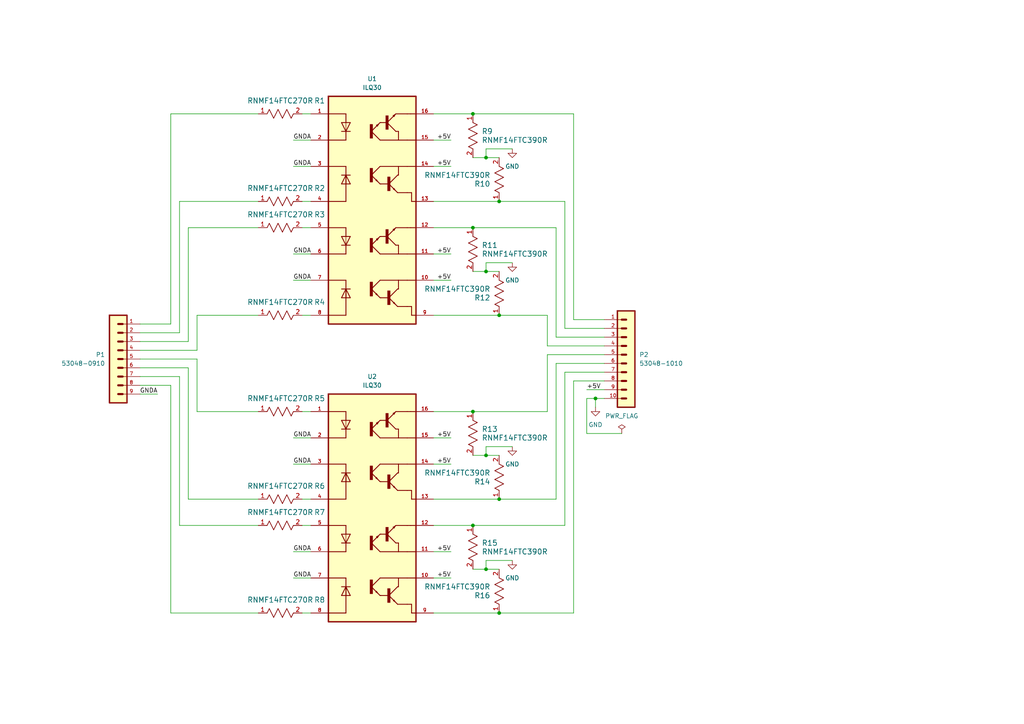
<source format=kicad_sch>
(kicad_sch (version 20230121) (generator eeschema)
  (paper "A4")
  (lib_symbols
    (symbol "2024-01-01_18-12-10:RNMF14FTC390R" (pin_names (offset 0.254))
      (property "Reference" "R" (at 5.715 3.81 0))
      (property "Value" "RNMF14FTC390R" (at 6.35 -3.81 0))
      (symbol "RNMF14FTC390R_1_1"
        (polyline (pts (xy 2.54 0) (xy 3.175 1.27)) (stroke (width 0.2032)))
        (polyline (pts (xy 3.175 1.27) (xy 4.445 -1.27)) (stroke (width 0.2032)))
        (polyline (pts (xy 4.445 -1.27) (xy 5.715 1.27)) (stroke (width 0.2032)))
        (polyline (pts (xy 5.715 1.27) (xy 6.985 -1.27)) (stroke (width 0.2032)))
        (polyline (pts (xy 6.985 -1.27) (xy 8.255 1.27)) (stroke (width 0.2032)))
        (polyline (pts (xy 8.255 1.27) (xy 9.525 -1.27)) (stroke (width 0.2032)))
        (polyline (pts (xy 9.525 -1.27) (xy 10.16 0)) (stroke (width 0.2032)))
        (pin unspecified line (at 0 0 0) (length 2.54) (name "") (number "1"))
        (pin unspecified line (at 12.7 0 180) (length 2.54) (name "") (number "2"))
      )
      (symbol "RNMF14FTC390R_1_2"
        (polyline (pts (xy -1.27 3.175) (xy 1.27 4.445)) (stroke (width 0.2032)))
        (polyline (pts (xy -1.27 5.715) (xy 1.27 6.985)) (stroke (width 0.2032)))
        (polyline (pts (xy -1.27 8.255) (xy 1.27 9.525)) (stroke (width 0.2032)))
        (polyline (pts (xy 0 2.54) (xy -1.27 3.175)) (stroke (width 0.2032)))
        (polyline (pts (xy 1.27 4.445) (xy -1.27 5.715)) (stroke (width 0.2032)))
        (polyline (pts (xy 1.27 6.985) (xy -1.27 8.255)) (stroke (width 0.2032)))
        (polyline (pts (xy 1.27 9.525) (xy 0 10.16)) (stroke (width 0.2032)))
        (pin unspecified line (at 0 12.7 270) (length 2.54) (name "") (number "1"))
        (pin unspecified line (at 0 0 90) (length 2.54) (name "") (number "2"))
      )
    )
    (symbol "2024-01-01_18-12-41:RNMF14FTC270R" (pin_names (offset 0.254))
      (property "Reference" "R" (at 5.715 3.81 0))
      (property "Value" "RNMF14FTC270R" (at 6.35 -3.81 0))
      (symbol "RNMF14FTC270R_1_1"
        (polyline (pts (xy 2.54 0) (xy 3.175 1.27)) (stroke (width 0.2032)))
        (polyline (pts (xy 3.175 1.27) (xy 4.445 -1.27)) (stroke (width 0.2032)))
        (polyline (pts (xy 4.445 -1.27) (xy 5.715 1.27)) (stroke (width 0.2032)))
        (polyline (pts (xy 5.715 1.27) (xy 6.985 -1.27)) (stroke (width 0.2032)))
        (polyline (pts (xy 6.985 -1.27) (xy 8.255 1.27)) (stroke (width 0.2032)))
        (polyline (pts (xy 8.255 1.27) (xy 9.525 -1.27)) (stroke (width 0.2032)))
        (polyline (pts (xy 9.525 -1.27) (xy 10.16 0)) (stroke (width 0.2032)))
        (pin unspecified line (at 0 0 0) (length 2.54) (name "") (number "1"))
        (pin unspecified line (at 12.7 0 180) (length 2.54) (name "") (number "2"))
      )
      (symbol "RNMF14FTC270R_1_2"
        (polyline (pts (xy -1.27 3.175) (xy 1.27 4.445)) (stroke (width 0.2032)))
        (polyline (pts (xy -1.27 5.715) (xy 1.27 6.985)) (stroke (width 0.2032)))
        (polyline (pts (xy -1.27 8.255) (xy 1.27 9.525)) (stroke (width 0.2032)))
        (polyline (pts (xy 0 2.54) (xy -1.27 3.175)) (stroke (width 0.2032)))
        (polyline (pts (xy 1.27 4.445) (xy -1.27 5.715)) (stroke (width 0.2032)))
        (polyline (pts (xy 1.27 6.985) (xy -1.27 8.255)) (stroke (width 0.2032)))
        (polyline (pts (xy 1.27 9.525) (xy 0 10.16)) (stroke (width 0.2032)))
        (pin unspecified line (at 0 12.7 270) (length 2.54) (name "") (number "1"))
        (pin unspecified line (at 0 0 90) (length 2.54) (name "") (number "2"))
      )
    )
    (symbol "53048-0910:53048-0910" (pin_names (offset 1.016))
      (property "Reference" "P" (at -1.27 13.335 0))
      (property "Value" "53048-0910" (at -1.27 -15.24 0))
      (symbol "53048-0910_0_0"
        (rectangle (start -1.27 -12.7) (end 3.81 12.7) (stroke (width 0.4064)) (fill (type background)))
        (polyline (pts (xy 1.27 -10.16) (xy 0 -10.16)) (stroke (width 0.6096)))
        (polyline (pts (xy 1.27 -7.62) (xy 0 -7.62)) (stroke (width 0.6096)))
        (polyline (pts (xy 1.27 -5.08) (xy 0 -5.08)) (stroke (width 0.6096)))
        (polyline (pts (xy 1.27 -2.54) (xy 0 -2.54)) (stroke (width 0.6096)))
        (polyline (pts (xy 1.27 0) (xy 0 0)) (stroke (width 0.6096)))
        (polyline (pts (xy 1.27 2.54) (xy 0 2.54)) (stroke (width 0.6096)))
        (polyline (pts (xy 1.27 5.08) (xy 0 5.08)) (stroke (width 0.6096)))
        (polyline (pts (xy 1.27 7.62) (xy 0 7.62)) (stroke (width 0.6096)))
        (polyline (pts (xy 1.27 10.16) (xy 0 10.16)) (stroke (width 0.6096)))
        (pin passive line (at -5.08 10.16 0) (length 5.08) (name "~") (number "1"))
        (pin passive line (at -5.08 7.62 0) (length 5.08) (name "~") (number "2"))
        (pin passive line (at -5.08 5.08 0) (length 5.08) (name "~") (number "3"))
        (pin passive line (at -5.08 2.54 0) (length 5.08) (name "~") (number "4"))
        (pin passive line (at -5.08 0 0) (length 5.08) (name "~") (number "5"))
        (pin passive line (at -5.08 -2.54 0) (length 5.08) (name "~") (number "6"))
        (pin passive line (at -5.08 -5.08 0) (length 5.08) (name "~") (number "7"))
        (pin passive line (at -5.08 -7.62 0) (length 5.08) (name "~") (number "8"))
        (pin passive line (at -5.08 -10.16 0) (length 5.08) (name "~") (number "9"))
      )
    )
    (symbol "53048-1010:53048-1010" (pin_names (offset 1.016))
      (property "Reference" "P" (at -1.27 15.875 0))
      (property "Value" "53048-1010" (at -1.27 -15.24 0))
      (symbol "53048-1010_0_0"
        (rectangle (start -1.27 -12.7) (end 3.81 15.24) (stroke (width 0.4064)) (fill (type background)))
        (polyline (pts (xy 1.27 -10.16) (xy 0 -10.16)) (stroke (width 0.6096)))
        (polyline (pts (xy 1.27 -7.62) (xy 0 -7.62)) (stroke (width 0.6096)))
        (polyline (pts (xy 1.27 -5.08) (xy 0 -5.08)) (stroke (width 0.6096)))
        (polyline (pts (xy 1.27 -2.54) (xy 0 -2.54)) (stroke (width 0.6096)))
        (polyline (pts (xy 1.27 0) (xy 0 0)) (stroke (width 0.6096)))
        (polyline (pts (xy 1.27 2.54) (xy 0 2.54)) (stroke (width 0.6096)))
        (polyline (pts (xy 1.27 5.08) (xy 0 5.08)) (stroke (width 0.6096)))
        (polyline (pts (xy 1.27 7.62) (xy 0 7.62)) (stroke (width 0.6096)))
        (polyline (pts (xy 1.27 10.16) (xy 0 10.16)) (stroke (width 0.6096)))
        (polyline (pts (xy 1.27 12.7) (xy 0 12.7)) (stroke (width 0.6096)))
        (pin passive line (at -5.08 12.7 0) (length 5.08) (name "~") (number "1"))
        (pin passive line (at -5.08 -10.16 0) (length 5.08) (name "~") (number "10"))
        (pin passive line (at -5.08 10.16 0) (length 5.08) (name "~") (number "2"))
        (pin passive line (at -5.08 7.62 0) (length 5.08) (name "~") (number "3"))
        (pin passive line (at -5.08 5.08 0) (length 5.08) (name "~") (number "4"))
        (pin passive line (at -5.08 2.54 0) (length 5.08) (name "~") (number "5"))
        (pin passive line (at -5.08 0 0) (length 5.08) (name "~") (number "6"))
        (pin passive line (at -5.08 -2.54 0) (length 5.08) (name "~") (number "7"))
        (pin passive line (at -5.08 -5.08 0) (length 5.08) (name "~") (number "8"))
        (pin passive line (at -5.08 -7.62 0) (length 5.08) (name "~") (number "9"))
      )
    )
    (symbol "ILQ30:ILQ30" (pin_names (offset 1.016))
      (property "Reference" "U" (at -5.0894 33.5903 0))
      (property "Value" "ILQ30" (at -5.0881 -35.6165 0))
      (symbol "ILQ30_0_0"
        (rectangle (start -12.7 -33.02) (end 12.7 33.02) (stroke (width 0.4064)) (fill (type background)))
        (rectangle (start -0.6358 -24.9249) (end 0.127 -20.828) (stroke (width 0.1)) (fill (type outline)))
        (rectangle (start -0.636 8.1412) (end 0.127 12.192) (stroke (width 0.1)) (fill (type outline)))
        (rectangle (start -0.6354 -12.1991) (end 0.127 -8.128) (stroke (width 0.1)) (fill (type outline)))
        (rectangle (start -0.6353 20.8385) (end 0.127 24.892) (stroke (width 0.1)) (fill (type outline)))
        (polyline (pts (xy -8.89 -25.4) (xy -7.62 -25.4)) (stroke (width 0.254)))
        (polyline (pts (xy -8.89 -25.4) (xy -7.62 -22.86)) (stroke (width 0.254)))
        (polyline (pts (xy -8.89 -22.86) (xy -7.62 -22.86)) (stroke (width 0.254)))
        (polyline (pts (xy -8.89 7.62) (xy -7.62 7.62)) (stroke (width 0.254)))
        (polyline (pts (xy -8.89 7.62) (xy -7.62 10.16)) (stroke (width 0.254)))
        (polyline (pts (xy -8.89 10.16) (xy -7.62 10.16)) (stroke (width 0.254)))
        (polyline (pts (xy -7.62 -30.48) (xy -12.7 -30.48)) (stroke (width 0.254)))
        (polyline (pts (xy -7.62 -25.4) (xy -7.62 -22.86)) (stroke (width 0.1524)))
        (polyline (pts (xy -7.62 -25.4) (xy -7.62 -20.32)) (stroke (width 0.254)))
        (polyline (pts (xy -7.62 -25.4) (xy -6.35 -25.4)) (stroke (width 0.254)))
        (polyline (pts (xy -7.62 -22.86) (xy -7.62 -30.48)) (stroke (width 0.254)))
        (polyline (pts (xy -7.62 -22.86) (xy -6.35 -25.4)) (stroke (width 0.254)))
        (polyline (pts (xy -7.62 -22.86) (xy -6.35 -22.86)) (stroke (width 0.254)))
        (polyline (pts (xy -7.62 -20.32) (xy -12.7 -20.32)) (stroke (width 0.254)))
        (polyline (pts (xy -7.62 -12.7) (xy -12.7 -12.7)) (stroke (width 0.254)))
        (polyline (pts (xy -7.62 -10.16) (xy -8.89 -10.16)) (stroke (width 0.254)))
        (polyline (pts (xy -7.62 -10.16) (xy -8.89 -7.62)) (stroke (width 0.254)))
        (polyline (pts (xy -7.62 -10.16) (xy -7.62 -12.7)) (stroke (width 0.254)))
        (polyline (pts (xy -7.62 -7.62) (xy -8.89 -7.62)) (stroke (width 0.254)))
        (polyline (pts (xy -7.62 -7.62) (xy -7.62 -10.16)) (stroke (width 0.1524)))
        (polyline (pts (xy -7.62 -7.62) (xy -7.62 -5.08)) (stroke (width 0.254)))
        (polyline (pts (xy -7.62 -5.08) (xy -12.7 -5.08)) (stroke (width 0.254)))
        (polyline (pts (xy -7.62 2.54) (xy -12.7 2.54)) (stroke (width 0.254)))
        (polyline (pts (xy -7.62 7.62) (xy -7.62 10.16)) (stroke (width 0.1524)))
        (polyline (pts (xy -7.62 7.62) (xy -7.62 12.7)) (stroke (width 0.254)))
        (polyline (pts (xy -7.62 7.62) (xy -6.35 7.62)) (stroke (width 0.254)))
        (polyline (pts (xy -7.62 10.16) (xy -7.62 2.54)) (stroke (width 0.254)))
        (polyline (pts (xy -7.62 10.16) (xy -6.35 7.62)) (stroke (width 0.254)))
        (polyline (pts (xy -7.62 10.16) (xy -6.35 10.16)) (stroke (width 0.254)))
        (polyline (pts (xy -7.62 12.7) (xy -12.7 12.7)) (stroke (width 0.254)))
        (polyline (pts (xy -7.62 20.32) (xy -12.7 20.32)) (stroke (width 0.254)))
        (polyline (pts (xy -7.62 22.86) (xy -8.89 22.86)) (stroke (width 0.254)))
        (polyline (pts (xy -7.62 22.86) (xy -8.89 25.4)) (stroke (width 0.254)))
        (polyline (pts (xy -7.62 22.86) (xy -7.62 20.32)) (stroke (width 0.254)))
        (polyline (pts (xy -7.62 25.4) (xy -8.89 25.4)) (stroke (width 0.254)))
        (polyline (pts (xy -7.62 25.4) (xy -7.62 22.86)) (stroke (width 0.1524)))
        (polyline (pts (xy -7.62 25.4) (xy -7.62 27.94)) (stroke (width 0.254)))
        (polyline (pts (xy -7.62 27.94) (xy -12.7 27.94)) (stroke (width 0.254)))
        (polyline (pts (xy -6.35 -10.16) (xy -7.62 -10.16)) (stroke (width 0.254)))
        (polyline (pts (xy -6.35 -7.62) (xy -7.62 -10.16)) (stroke (width 0.254)))
        (polyline (pts (xy -6.35 -7.62) (xy -7.62 -7.62)) (stroke (width 0.254)))
        (polyline (pts (xy -6.35 22.86) (xy -7.62 22.86)) (stroke (width 0.254)))
        (polyline (pts (xy -6.35 25.4) (xy -7.62 22.86)) (stroke (width 0.254)))
        (polyline (pts (xy -6.35 25.4) (xy -7.62 25.4)) (stroke (width 0.254)))
        (polyline (pts (xy -0.254 -22.86) (xy 2.286 -25.4)) (stroke (width 0.254)))
        (polyline (pts (xy -0.254 -10.16) (xy 2.286 -12.7)) (stroke (width 0.254)))
        (polyline (pts (xy -0.254 10.16) (xy 2.286 7.62)) (stroke (width 0.254)))
        (polyline (pts (xy -0.254 22.86) (xy 2.286 20.32)) (stroke (width 0.254)))
        (polyline (pts (xy 1.27 -8.382) (xy 1.524 -8.636)) (stroke (width 0.254)))
        (polyline (pts (xy 1.27 24.638) (xy 1.524 24.384)) (stroke (width 0.254)))
        (polyline (pts (xy 1.524 -8.636) (xy 1.778 -8.128)) (stroke (width 0.254)))
        (polyline (pts (xy 1.524 24.384) (xy 1.778 24.892)) (stroke (width 0.254)))
        (polyline (pts (xy 1.778 -8.128) (xy -0.254 -10.16)) (stroke (width 0.254)))
        (polyline (pts (xy 1.778 -8.128) (xy 1.27 -8.382)) (stroke (width 0.254)))
        (polyline (pts (xy 1.778 24.892) (xy -0.254 22.86)) (stroke (width 0.254)))
        (polyline (pts (xy 1.778 24.892) (xy 1.27 24.638)) (stroke (width 0.254)))
        (polyline (pts (xy 2.286 -25.4) (xy 2.54 -25.4)) (stroke (width 0.254)))
        (polyline (pts (xy 2.286 -20.32) (xy -0.254 -22.86)) (stroke (width 0.254)))
        (polyline (pts (xy 2.286 -20.32) (xy 7.62 -20.32)) (stroke (width 0.254)))
        (polyline (pts (xy 2.286 -12.7) (xy 7.62 -12.7)) (stroke (width 0.254)))
        (polyline (pts (xy 2.286 -7.62) (xy 1.778 -8.128)) (stroke (width 0.254)))
        (polyline (pts (xy 2.286 -7.62) (xy 2.54 -7.62)) (stroke (width 0.254)))
        (polyline (pts (xy 2.286 7.62) (xy 2.54 7.62)) (stroke (width 0.254)))
        (polyline (pts (xy 2.286 12.7) (xy -0.254 10.16)) (stroke (width 0.254)))
        (polyline (pts (xy 2.286 12.7) (xy 7.62 12.7)) (stroke (width 0.254)))
        (polyline (pts (xy 2.286 20.32) (xy 7.62 20.32)) (stroke (width 0.254)))
        (polyline (pts (xy 2.286 25.4) (xy 1.778 24.892)) (stroke (width 0.254)))
        (polyline (pts (xy 2.286 25.4) (xy 2.54 25.4)) (stroke (width 0.254)))
        (polyline (pts (xy 2.54 -25.4) (xy 4.826 -25.4)) (stroke (width 0.254)))
        (polyline (pts (xy 2.54 -7.62) (xy 4.064 -7.62)) (stroke (width 0.254)))
        (polyline (pts (xy 2.54 7.62) (xy 4.826 7.62)) (stroke (width 0.254)))
        (polyline (pts (xy 2.54 25.4) (xy 4.064 25.4)) (stroke (width 0.254)))
        (polyline (pts (xy 4.318 -7.62) (xy 6.858 -10.16)) (stroke (width 0.254)))
        (polyline (pts (xy 4.318 25.4) (xy 6.858 22.86)) (stroke (width 0.254)))
        (polyline (pts (xy 4.826 -25.4) (xy 7.366 -27.94)) (stroke (width 0.254)))
        (polyline (pts (xy 4.826 7.62) (xy 7.366 5.08)) (stroke (width 0.254)))
        (polyline (pts (xy 6.096 -5.588) (xy 6.35 -5.842)) (stroke (width 0.254)))
        (polyline (pts (xy 6.096 27.432) (xy 6.35 27.178)) (stroke (width 0.254)))
        (polyline (pts (xy 6.35 -5.842) (xy 6.604 -5.334)) (stroke (width 0.254)))
        (polyline (pts (xy 6.35 27.178) (xy 6.604 27.686)) (stroke (width 0.254)))
        (polyline (pts (xy 6.604 -5.334) (xy 4.318 -7.62)) (stroke (width 0.254)))
        (polyline (pts (xy 6.604 -5.334) (xy 6.096 -5.588)) (stroke (width 0.254)))
        (polyline (pts (xy 6.604 27.686) (xy 4.318 25.4)) (stroke (width 0.254)))
        (polyline (pts (xy 6.604 27.686) (xy 6.096 27.432)) (stroke (width 0.254)))
        (polyline (pts (xy 6.858 -10.16) (xy 7.62 -10.16)) (stroke (width 0.254)))
        (polyline (pts (xy 6.858 -5.08) (xy 6.604 -5.334)) (stroke (width 0.254)))
        (polyline (pts (xy 6.858 -5.08) (xy 10.16 -5.08)) (stroke (width 0.254)))
        (polyline (pts (xy 6.858 22.86) (xy 7.62 22.86)) (stroke (width 0.254)))
        (polyline (pts (xy 6.858 27.94) (xy 6.604 27.686)) (stroke (width 0.254)))
        (polyline (pts (xy 6.858 27.94) (xy 10.16 27.94)) (stroke (width 0.254)))
        (polyline (pts (xy 7.366 -27.94) (xy 10.16 -27.94)) (stroke (width 0.254)))
        (polyline (pts (xy 7.366 -22.86) (xy 4.826 -25.4)) (stroke (width 0.254)))
        (polyline (pts (xy 7.366 -22.86) (xy 7.62 -22.86)) (stroke (width 0.254)))
        (polyline (pts (xy 7.366 5.08) (xy 10.16 5.08)) (stroke (width 0.254)))
        (polyline (pts (xy 7.366 10.16) (xy 4.826 7.62)) (stroke (width 0.254)))
        (polyline (pts (xy 7.366 10.16) (xy 7.62 10.16)) (stroke (width 0.254)))
        (polyline (pts (xy 7.62 -22.86) (xy 7.62 -20.32)) (stroke (width 0.254)))
        (polyline (pts (xy 7.62 -20.32) (xy 10.16 -20.32)) (stroke (width 0.254)))
        (polyline (pts (xy 7.62 -12.7) (xy 10.16 -12.7)) (stroke (width 0.254)))
        (polyline (pts (xy 7.62 -10.16) (xy 7.62 -12.7)) (stroke (width 0.254)))
        (polyline (pts (xy 7.62 10.16) (xy 7.62 12.7)) (stroke (width 0.254)))
        (polyline (pts (xy 7.62 12.7) (xy 10.16 12.7)) (stroke (width 0.254)))
        (polyline (pts (xy 7.62 20.32) (xy 10.16 20.32)) (stroke (width 0.254)))
        (polyline (pts (xy 7.62 22.86) (xy 7.62 20.32)) (stroke (width 0.254)))
        (polyline (pts (xy 10.16 -27.94) (xy 11.43 -27.94)) (stroke (width 0.254)))
        (polyline (pts (xy 10.16 -20.32) (xy 12.7 -20.32)) (stroke (width 0.254)))
        (polyline (pts (xy 10.16 -12.7) (xy 12.7 -12.7)) (stroke (width 0.254)))
        (polyline (pts (xy 10.16 -5.08) (xy 11.176 -5.08)) (stroke (width 0.254)))
        (polyline (pts (xy 10.16 5.08) (xy 11.43 5.08)) (stroke (width 0.254)))
        (polyline (pts (xy 10.16 12.7) (xy 12.7 12.7)) (stroke (width 0.254)))
        (polyline (pts (xy 10.16 20.32) (xy 12.7 20.32)) (stroke (width 0.254)))
        (polyline (pts (xy 10.16 27.94) (xy 11.176 27.94)) (stroke (width 0.254)))
        (polyline (pts (xy 11.176 -5.08) (xy 12.446 -5.08)) (stroke (width 0.254)))
        (polyline (pts (xy 11.176 27.94) (xy 12.446 27.94)) (stroke (width 0.254)))
        (polyline (pts (xy 11.43 -30.48) (xy 11.43 -27.94)) (stroke (width 0.254)))
        (polyline (pts (xy 11.43 2.54) (xy 11.43 5.08)) (stroke (width 0.254)))
        (polyline (pts (xy 12.7 -30.48) (xy 11.43 -30.48)) (stroke (width 0.254)))
        (polyline (pts (xy 12.7 2.54) (xy 11.43 2.54)) (stroke (width 0.254)))
        (polyline (pts (xy 1.651 -24.765) (xy 1.016 -24.384) (xy 1.27 -24.13) (xy 1.651 -24.765)) (stroke (width 0.1524)) (fill (type outline)))
        (polyline (pts (xy 1.651 8.255) (xy 1.016 8.636) (xy 1.27 8.89) (xy 1.651 8.255)) (stroke (width 0.1524)) (fill (type outline)))
        (polyline (pts (xy 6.731 -27.305) (xy 6.096 -26.924) (xy 6.35 -26.67) (xy 6.731 -27.305)) (stroke (width 0.1524)) (fill (type outline)))
        (polyline (pts (xy 6.731 5.715) (xy 6.096 6.096) (xy 6.35 6.35) (xy 6.731 5.715)) (stroke (width 0.1524)) (fill (type outline)))
        (rectangle (start 3.9426 -9.6656) (end 4.699 -5.588) (stroke (width 0.1)) (fill (type outline)))
        (rectangle (start 3.9435 23.4067) (end 4.699 27.432) (stroke (width 0.1)) (fill (type outline)))
        (rectangle (start 4.4475 -27.4474) (end 5.207 -23.368) (stroke (width 0.1)) (fill (type outline)))
        (rectangle (start 4.4489 5.5929) (end 5.207 9.652) (stroke (width 0.1)) (fill (type outline)))
        (pin passive line (at -17.78 27.94 0) (length 5.08) (name "~") (number "1"))
        (pin passive line (at 17.78 -20.32 180) (length 5.08) (name "~") (number "10"))
        (pin passive line (at 17.78 -12.7 180) (length 5.08) (name "~") (number "11"))
        (pin passive line (at 17.78 -5.08 180) (length 5.08) (name "~") (number "12"))
        (pin passive line (at 17.78 2.54 180) (length 5.08) (name "~") (number "13"))
        (pin passive line (at 17.78 12.7 180) (length 5.08) (name "~") (number "14"))
        (pin passive line (at 17.78 20.32 180) (length 5.08) (name "~") (number "15"))
        (pin passive line (at 17.78 27.94 180) (length 5.08) (name "~") (number "16"))
        (pin passive line (at -17.78 20.32 0) (length 5.08) (name "~") (number "2"))
        (pin passive line (at -17.78 12.7 0) (length 5.08) (name "~") (number "3"))
        (pin passive line (at -17.78 2.54 0) (length 5.08) (name "~") (number "4"))
        (pin passive line (at -17.78 -5.08 0) (length 5.08) (name "~") (number "5"))
        (pin passive line (at -17.78 -12.7 0) (length 5.08) (name "~") (number "6"))
        (pin passive line (at -17.78 -20.32 0) (length 5.08) (name "~") (number "7"))
        (pin passive line (at -17.78 -30.48 0) (length 5.08) (name "~") (number "8"))
        (pin passive line (at 17.78 -30.48 180) (length 5.08) (name "~") (number "9"))
      )
    )
    (symbol "power:GND" (power) (pin_names (offset 0))
      (property "Value" "GND" (at 0 -3.81 0))
      (symbol "GND_0_1"
        (polyline (pts (xy 0 0) (xy 0 -1.27) (xy 1.27 -1.27) (xy 0 -2.54) (xy -1.27 -1.27) (xy 0 -1.27)))
      )
      (symbol "GND_1_1"
        (pin power_in line (at 0 0 270) (length 0) hide (name "GND") (number "1"))
      )
    )
    (symbol "power:PWR_FLAG" (power) (pin_numbers hide) (pin_names (offset 0) hide)
      (property "Value" "PWR_FLAG" (at 0 3.81 0))
      (symbol "PWR_FLAG_0_0"
        (pin power_out line (at 0 0 90) (length 0) (name "pwr") (number "1"))
      )
      (symbol "PWR_FLAG_0_1"
        (polyline (pts (xy 0 0) (xy 0 1.27) (xy -1.016 1.905) (xy 0 2.54) (xy 1.016 1.905) (xy 0 1.27)))
      )
    )
  )
  (junction (at 140.97 78.74))
  (junction (at 144.78 177.8))
  (junction (at 137.16 152.4))
  (junction (at 140.97 45.72))
  (junction (at 137.16 66.04))
  (junction (at 144.78 144.78))
  (junction (at 144.78 58.42))
  (junction (at 172.72 115.57))
  (junction (at 140.97 165.1))
  (junction (at 137.16 33.02))
  (junction (at 137.16 119.38))
  (junction (at 140.97 132.08))
  (junction (at 144.78 91.44))
  (wire (pts (xy 144.78 91.44) (xy 158.75 91.44)))
  (wire (pts (xy 40.64 109.22) (xy 52.07 109.22)))
  (wire (pts (xy 148.59 43.18) (xy 140.97 43.18)))
  (wire (pts (xy 40.64 106.68) (xy 54.61 106.68)))
  (wire (pts (xy 158.75 102.87) (xy 158.75 119.38)))
  (wire (pts (xy 166.37 92.71) (xy 166.37 33.02)))
  (wire (pts (xy 163.83 95.25) (xy 163.83 58.42)))
  (wire (pts (xy 87.63 152.4) (xy 90.17 152.4)))
  (wire (pts (xy 140.97 76.2) (xy 140.97 78.74)))
  (wire (pts (xy 140.97 78.74) (xy 144.78 78.74)))
  (wire (pts (xy 85.09 40.64) (xy 90.17 40.64)))
  (wire (pts (xy 85.09 134.62) (xy 90.17 134.62)))
  (wire (pts (xy 175.26 92.71) (xy 166.37 92.71)))
  (wire (pts (xy 52.07 152.4) (xy 74.93 152.4)))
  (wire (pts (xy 125.73 40.64) (xy 130.81 40.64)))
  (wire (pts (xy 125.73 48.26) (xy 130.81 48.26)))
  (wire (pts (xy 180.34 125.73) (xy 170.18 125.73)))
  (wire (pts (xy 175.26 102.87) (xy 158.75 102.87)))
  (wire (pts (xy 170.18 115.57) (xy 172.72 115.57)))
  (wire (pts (xy 140.97 45.72) (xy 144.78 45.72)))
  (wire (pts (xy 148.59 129.54) (xy 140.97 129.54)))
  (wire (pts (xy 137.16 78.74) (xy 140.97 78.74)))
  (wire (pts (xy 125.73 152.4) (xy 137.16 152.4)))
  (wire (pts (xy 87.63 144.78) (xy 90.17 144.78)))
  (wire (pts (xy 125.73 167.64) (xy 130.81 167.64)))
  (wire (pts (xy 140.97 165.1) (xy 144.78 165.1)))
  (wire (pts (xy 49.53 111.76) (xy 49.53 177.8)))
  (wire (pts (xy 140.97 162.56) (xy 140.97 165.1)))
  (wire (pts (xy 172.72 115.57) (xy 172.72 118.11)))
  (wire (pts (xy 125.73 91.44) (xy 144.78 91.44)))
  (wire (pts (xy 87.63 66.04) (xy 90.17 66.04)))
  (wire (pts (xy 137.16 165.1) (xy 140.97 165.1)))
  (wire (pts (xy 40.64 93.98) (xy 49.53 93.98)))
  (wire (pts (xy 137.16 45.72) (xy 140.97 45.72)))
  (wire (pts (xy 137.16 152.4) (xy 163.83 152.4)))
  (wire (pts (xy 87.63 91.44) (xy 90.17 91.44)))
  (wire (pts (xy 161.29 105.41) (xy 175.26 105.41)))
  (wire (pts (xy 57.15 119.38) (xy 74.93 119.38)))
  (wire (pts (xy 161.29 144.78) (xy 161.29 105.41)))
  (wire (pts (xy 40.64 99.06) (xy 54.61 99.06)))
  (wire (pts (xy 148.59 76.2) (xy 140.97 76.2)))
  (wire (pts (xy 40.64 96.52) (xy 52.07 96.52)))
  (wire (pts (xy 125.73 160.02) (xy 130.81 160.02)))
  (wire (pts (xy 163.83 107.95) (xy 175.26 107.95)))
  (wire (pts (xy 87.63 33.02) (xy 90.17 33.02)))
  (wire (pts (xy 137.16 33.02) (xy 166.37 33.02)))
  (wire (pts (xy 137.16 66.04) (xy 161.29 66.04)))
  (wire (pts (xy 125.73 134.62) (xy 130.81 134.62)))
  (wire (pts (xy 144.78 58.42) (xy 163.83 58.42)))
  (wire (pts (xy 158.75 100.33) (xy 158.75 91.44)))
  (wire (pts (xy 40.64 111.76) (xy 49.53 111.76)))
  (wire (pts (xy 125.73 73.66) (xy 130.81 73.66)))
  (wire (pts (xy 85.09 127) (xy 90.17 127)))
  (wire (pts (xy 125.73 66.04) (xy 137.16 66.04)))
  (wire (pts (xy 52.07 109.22) (xy 52.07 152.4)))
  (wire (pts (xy 87.63 119.38) (xy 90.17 119.38)))
  (wire (pts (xy 125.73 127) (xy 130.81 127)))
  (wire (pts (xy 87.63 177.8) (xy 90.17 177.8)))
  (wire (pts (xy 85.09 160.02) (xy 90.17 160.02)))
  (wire (pts (xy 85.09 167.64) (xy 90.17 167.64)))
  (wire (pts (xy 144.78 177.8) (xy 166.37 177.8)))
  (wire (pts (xy 49.53 33.02) (xy 74.93 33.02)))
  (wire (pts (xy 172.72 115.57) (xy 175.26 115.57)))
  (wire (pts (xy 175.26 100.33) (xy 158.75 100.33)))
  (wire (pts (xy 54.61 144.78) (xy 74.93 144.78)))
  (wire (pts (xy 170.18 125.73) (xy 170.18 115.57)))
  (wire (pts (xy 57.15 91.44) (xy 74.93 91.44)))
  (wire (pts (xy 125.73 33.02) (xy 137.16 33.02)))
  (wire (pts (xy 57.15 101.6) (xy 57.15 91.44)))
  (wire (pts (xy 163.83 152.4) (xy 163.83 107.95)))
  (wire (pts (xy 85.09 81.28) (xy 90.17 81.28)))
  (wire (pts (xy 85.09 48.26) (xy 90.17 48.26)))
  (wire (pts (xy 125.73 119.38) (xy 137.16 119.38)))
  (wire (pts (xy 125.73 58.42) (xy 144.78 58.42)))
  (wire (pts (xy 125.73 144.78) (xy 144.78 144.78)))
  (wire (pts (xy 166.37 110.49) (xy 175.26 110.49)))
  (wire (pts (xy 125.73 81.28) (xy 130.81 81.28)))
  (wire (pts (xy 40.64 101.6) (xy 57.15 101.6)))
  (wire (pts (xy 54.61 66.04) (xy 74.93 66.04)))
  (wire (pts (xy 137.16 119.38) (xy 158.75 119.38)))
  (wire (pts (xy 85.09 73.66) (xy 90.17 73.66)))
  (wire (pts (xy 140.97 129.54) (xy 140.97 132.08)))
  (wire (pts (xy 166.37 177.8) (xy 166.37 110.49)))
  (wire (pts (xy 49.53 93.98) (xy 49.53 33.02)))
  (wire (pts (xy 52.07 58.42) (xy 74.93 58.42)))
  (wire (pts (xy 140.97 132.08) (xy 144.78 132.08)))
  (wire (pts (xy 161.29 97.79) (xy 161.29 66.04)))
  (wire (pts (xy 148.59 162.56) (xy 140.97 162.56)))
  (wire (pts (xy 175.26 97.79) (xy 161.29 97.79)))
  (wire (pts (xy 125.73 177.8) (xy 144.78 177.8)))
  (wire (pts (xy 175.26 113.03) (xy 170.18 113.03)))
  (wire (pts (xy 54.61 99.06) (xy 54.61 66.04)))
  (wire (pts (xy 175.26 95.25) (xy 163.83 95.25)))
  (wire (pts (xy 54.61 106.68) (xy 54.61 144.78)))
  (wire (pts (xy 52.07 96.52) (xy 52.07 58.42)))
  (wire (pts (xy 144.78 144.78) (xy 161.29 144.78)))
  (wire (pts (xy 57.15 104.14) (xy 57.15 119.38)))
  (wire (pts (xy 49.53 177.8) (xy 74.93 177.8)))
  (wire (pts (xy 45.72 114.3) (xy 40.64 114.3)))
  (wire (pts (xy 140.97 43.18) (xy 140.97 45.72)))
  (wire (pts (xy 137.16 132.08) (xy 140.97 132.08)))
  (wire (pts (xy 40.64 104.14) (xy 57.15 104.14)))
  (wire (pts (xy 87.63 58.42) (xy 90.17 58.42)))
  (label "+5V" (at 130.81 73.66 180))
  (label "GNDA" (at 85.09 134.62 0))
  (label "+5V" (at 130.81 81.28 180))
  (label "+5V" (at 130.81 48.26 180))
  (label "+5V" (at 130.81 134.62 180))
  (label "GNDA" (at 85.09 167.64 0))
  (label "+5V" (at 130.81 167.64 180))
  (label "+5V" (at 130.81 40.64 180))
  (label "GNDA" (at 45.72 114.3 180))
  (label "+5V" (at 130.81 127 180))
  (label "GNDA" (at 85.09 40.64 0))
  (label "GNDA" (at 85.09 160.02 0))
  (label "+5V" (at 170.18 113.03 0))
  (label "GNDA" (at 85.09 127 0))
  (label "GNDA" (at 85.09 81.28 0))
  (label "GNDA" (at 85.09 48.26 0))
  (label "GNDA" (at 85.09 73.66 0))
  (label "+5V" (at 130.81 160.02 180))
  (symbol (lib_id "2024-01-01_18-12-41:RNMF14FTC270R") (at 74.93 66.04 0) (unit 1)
    (property "Reference" "R3" (at 92.71 62.23 0) (effects (font (size 1.524 1.524))))
    (property "Value" "RNMF14FTC270R" (at 81.28 62.23 0) (effects (font (size 1.524 1.524))))
    (property "Footprint" "STA_RNMF14_STP" (effects hide))
    (property "Datasheet" "RNMF14FTC270R" (effects hide))
  )
  (symbol (lib_id "2024-01-01_18-12-10:RNMF14FTC390R") (at 144.78 91.44 90) (unit 1)
    (property "Reference" "R12" (at 142.24 86.36 90) (effects (font (size 1.524 1.524)) (justify left)))
    (property "Value" "RNMF14FTC390R" (at 142.24 83.82 90) (effects (font (size 1.524 1.524)) (justify left)))
    (property "Footprint" "STA_RNMF14_STP" (effects hide))
    (property "Datasheet" "RNMF14FTC390R" (effects hide))
  )
  (symbol (lib_id "2024-01-01_18-12-10:RNMF14FTC390R") (at 137.16 119.38 270) (unit 1)
    (property "Reference" "R13" (at 139.7 124.46 90) (effects (font (size 1.524 1.524)) (justify left)))
    (property "Value" "RNMF14FTC390R" (at 139.7 127 90) (effects (font (size 1.524 1.524)) (justify left)))
    (property "Footprint" "STA_RNMF14_STP" (effects hide))
    (property "Datasheet" "RNMF14FTC390R" (effects hide))
  )
  (symbol (lib_id "2024-01-01_18-12-41:RNMF14FTC270R") (at 74.93 33.02 0) (unit 1)
    (property "Reference" "R1" (at 92.71 29.21 0) (effects (font (size 1.524 1.524))))
    (property "Value" "RNMF14FTC270R" (at 81.28 29.21 0) (effects (font (size 1.524 1.524))))
    (property "Footprint" "STA_RNMF14_STP" (effects hide))
    (property "Datasheet" "RNMF14FTC270R" (effects hide))
  )
  (symbol (lib_id "power:GND") (at 148.59 43.18 0) (unit 1)
    (property "Reference" "#PWR01" (effects hide))
    (property "Value" "GND" (at 148.59 48.26 0))
  )
  (symbol (lib_id "ILQ30:ILQ30") (at 107.95 147.32 0) (unit 1)
    (property "Reference" "U2" (at 107.95 109.22 0))
    (property "Value" "ILQ30" (at 107.95 111.76 0))
    (property "Footprint" "ILQ30:DIP762W51P254L1992H425Q16" (effects hide))
    (property "MF" "Vishay Semiconductor" (effects hide))
    (property "Description" "\nOptoisolator Darlington Output 5300Vrms 4 Channel 16-DIP\n" (effects hide))
    (property "Package" "DIP-16 Vishay" (effects hide))
    (property "Price" "None" (effects hide))
    (property "Check_prices" "https://www.snapeda.com/parts/ILQ30/Vishay+Semiconductor+Opto+Division/view-part/?ref=eda" (effects hide))
    (property "SnapEDA_Link" "https://www.snapeda.com/parts/ILQ30/Vishay+Semiconductor+Opto+Division/view-part/?ref=snap" (effects hide))
    (property "MP" "ILQ30" (effects hide))
    (property "Availability" "Not in stock" (effects hide))
    (property "MANUFACTURER" "Vishay" (effects hide))
  )
  (symbol (lib_id "2024-01-01_18-12-10:RNMF14FTC390R") (at 144.78 58.42 90) (unit 1)
    (property "Reference" "R10" (at 142.24 53.34 90) (effects (font (size 1.524 1.524)) (justify left)))
    (property "Value" "RNMF14FTC390R" (at 142.24 50.8 90) (effects (font (size 1.524 1.524)) (justify left)))
    (property "Footprint" "STA_RNMF14_STP" (effects hide))
    (property "Datasheet" "RNMF14FTC390R" (effects hide))
  )
  (symbol (lib_id "53048-1010:53048-1010") (at 180.34 105.41 0) (unit 1)
    (property "Reference" "P2" (at 185.42 102.87 0) (effects (justify left)))
    (property "Value" "53048-1010" (at 185.42 105.41 0) (effects (justify left)))
    (property "Footprint" "53048-1010:53048-1010" (effects hide))
    (property "DigiKey_Part_Number" "WM1750-ND" (effects hide))
    (property "SnapEDA_Link" "https://www.snapeda.com/parts/53048-1010/Molex/view-part/?ref=snap" (effects hide))
    (property "Description" "\n10 way through board PCB 90deg header | Molex Incorporated 53048-1010\n" (effects hide))
    (property "MF" "Molex" (effects hide))
    (property "Package" "None" (effects hide))
    (property "Check_prices" "https://www.snapeda.com/parts/53048-1010/Molex/view-part/?ref=eda" (effects hide))
    (property "MP" "53048-1010" (effects hide))
  )
  (symbol (lib_id "ILQ30:ILQ30") (at 107.95 60.96 0) (unit 1)
    (property "Reference" "U1" (at 107.95 22.86 0))
    (property "Value" "ILQ30" (at 107.95 25.4 0))
    (property "Footprint" "ILQ30:DIP762W51P254L1992H425Q16" (effects hide))
    (property "MF" "Vishay Semiconductor" (effects hide))
    (property "Description" "\nOptoisolator Darlington Output 5300Vrms 4 Channel 16-DIP\n" (effects hide))
    (property "Package" "DIP-16 Vishay" (effects hide))
    (property "Price" "None" (effects hide))
    (property "Check_prices" "https://www.snapeda.com/parts/ILQ30/Vishay+Semiconductor+Opto+Division/view-part/?ref=eda" (effects hide))
    (property "SnapEDA_Link" "https://www.snapeda.com/parts/ILQ30/Vishay+Semiconductor+Opto+Division/view-part/?ref=snap" (effects hide))
    (property "MP" "ILQ30" (effects hide))
    (property "Availability" "Not in stock" (effects hide))
    (property "MANUFACTURER" "Vishay" (effects hide))
  )
  (symbol (lib_id "2024-01-01_18-12-41:RNMF14FTC270R") (at 74.93 152.4 0) (unit 1)
    (property "Reference" "R7" (at 92.71 148.59 0) (effects (font (size 1.524 1.524))))
    (property "Value" "RNMF14FTC270R" (at 81.28 148.59 0) (effects (font (size 1.524 1.524))))
    (property "Footprint" "STA_RNMF14_STP" (effects hide))
    (property "Datasheet" "RNMF14FTC270R" (effects hide))
  )
  (symbol (lib_id "power:GND") (at 148.59 162.56 0) (unit 1)
    (property "Reference" "#PWR05" (effects hide))
    (property "Value" "GND" (at 148.59 167.64 0))
  )
  (symbol (lib_id "2024-01-01_18-12-41:RNMF14FTC270R") (at 74.93 177.8 0) (unit 1)
    (property "Reference" "R8" (at 92.71 173.99 0) (effects (font (size 1.524 1.524))))
    (property "Value" "RNMF14FTC270R" (at 81.28 173.99 0) (effects (font (size 1.524 1.524))))
    (property "Footprint" "STA_RNMF14_STP" (effects hide))
    (property "Datasheet" "RNMF14FTC270R" (effects hide))
  )
  (symbol (lib_id "53048-0910:53048-0910") (at 35.56 104.14 0) (mirror y) (unit 1)
    (property "Reference" "P1" (at 30.48 102.87 0) (effects (justify left)))
    (property "Value" "53048-0910" (at 30.48 105.41 0) (effects (justify left)))
    (property "Footprint" "53048-0910:53048-0910" (effects hide))
    (property "DigiKey_Part_Number" "WM1749-ND" (effects hide))
    (property "SnapEDA_Link" "https://www.snapeda.com/parts/53048-0910/Molex/view-part/?ref=snap" (effects hide))
    (property "Description" "\n9 way through board PCB 90deg header | Molex Incorporated 53048-0910\n" (effects hide))
    (property "MF" "Molex" (effects hide))
    (property "Package" "None" (effects hide))
    (property "Check_prices" "https://www.snapeda.com/parts/53048-0910/Molex/view-part/?ref=eda" (effects hide))
    (property "MP" "53048-0910" (effects hide))
  )
  (symbol (lib_id "power:PWR_FLAG") (at 180.34 125.73 0) (unit 1)
    (property "Reference" "#FLG01" (effects hide))
    (property "Value" "PWR_FLAG" (at 180.34 120.65 0))
  )
  (symbol (lib_id "2024-01-01_18-12-41:RNMF14FTC270R") (at 74.93 144.78 0) (unit 1)
    (property "Reference" "R6" (at 92.71 140.97 0) (effects (font (size 1.524 1.524))))
    (property "Value" "RNMF14FTC270R" (at 81.28 140.97 0) (effects (font (size 1.524 1.524))))
    (property "Footprint" "STA_RNMF14_STP" (effects hide))
    (property "Datasheet" "RNMF14FTC270R" (effects hide))
  )
  (symbol (lib_id "2024-01-01_18-12-41:RNMF14FTC270R") (at 74.93 58.42 0) (unit 1)
    (property "Reference" "R2" (at 92.71 54.61 0) (effects (font (size 1.524 1.524))))
    (property "Value" "RNMF14FTC270R" (at 81.28 54.61 0) (effects (font (size 1.524 1.524))))
    (property "Footprint" "STA_RNMF14_STP" (effects hide))
    (property "Datasheet" "RNMF14FTC270R" (effects hide))
  )
  (symbol (lib_id "2024-01-01_18-12-10:RNMF14FTC390R") (at 137.16 66.04 270) (unit 1)
    (property "Reference" "R11" (at 139.7 71.12 90) (effects (font (size 1.524 1.524)) (justify left)))
    (property "Value" "RNMF14FTC390R" (at 139.7 73.66 90) (effects (font (size 1.524 1.524)) (justify left)))
    (property "Footprint" "STA_RNMF14_STP" (effects hide))
    (property "Datasheet" "RNMF14FTC390R" (effects hide))
  )
  (symbol (lib_id "power:GND") (at 172.72 118.11 0) (mirror y) (unit 1)
    (property "Reference" "#PWR02" (effects hide))
    (property "Value" "GND" (at 172.72 123.19 0))
  )
  (symbol (lib_id "2024-01-01_18-12-41:RNMF14FTC270R") (at 74.93 91.44 0) (unit 1)
    (property "Reference" "R4" (at 92.71 87.63 0) (effects (font (size 1.524 1.524))))
    (property "Value" "RNMF14FTC270R" (at 81.28 87.63 0) (effects (font (size 1.524 1.524))))
    (property "Footprint" "STA_RNMF14_STP" (effects hide))
    (property "Datasheet" "RNMF14FTC270R" (effects hide))
  )
  (symbol (lib_id "power:GND") (at 148.59 129.54 0) (unit 1)
    (property "Reference" "#PWR04" (effects hide))
    (property "Value" "GND" (at 148.59 134.62 0))
  )
  (symbol (lib_id "2024-01-01_18-12-10:RNMF14FTC390R") (at 144.78 177.8 90) (unit 1)
    (property "Reference" "R16" (at 142.24 172.72 90) (effects (font (size 1.524 1.524)) (justify left)))
    (property "Value" "RNMF14FTC390R" (at 142.24 170.18 90) (effects (font (size 1.524 1.524)) (justify left)))
    (property "Footprint" "STA_RNMF14_STP" (effects hide))
    (property "Datasheet" "RNMF14FTC390R" (effects hide))
  )
  (symbol (lib_id "power:GND") (at 148.59 76.2 0) (unit 1)
    (property "Reference" "#PWR03" (effects hide))
    (property "Value" "GND" (at 148.59 81.28 0))
  )
  (symbol (lib_id "2024-01-01_18-12-10:RNMF14FTC390R") (at 137.16 152.4 270) (unit 1)
    (property "Reference" "R15" (at 139.7 157.48 90) (effects (font (size 1.524 1.524)) (justify left)))
    (property "Value" "RNMF14FTC390R" (at 139.7 160.02 90) (effects (font (size 1.524 1.524)) (justify left)))
    (property "Footprint" "STA_RNMF14_STP" (effects hide))
    (property "Datasheet" "RNMF14FTC390R" (effects hide))
  )
  (symbol (lib_id "2024-01-01_18-12-41:RNMF14FTC270R") (at 74.93 119.38 0) (unit 1)
    (property "Reference" "R5" (at 92.71 115.57 0) (effects (font (size 1.524 1.524))))
    (property "Value" "RNMF14FTC270R" (at 81.28 115.57 0) (effects (font (size 1.524 1.524))))
    (property "Footprint" "STA_RNMF14_STP" (effects hide))
    (property "Datasheet" "RNMF14FTC270R" (effects hide))
  )
  (symbol (lib_id "2024-01-01_18-12-10:RNMF14FTC390R") (at 144.78 144.78 90) (unit 1)
    (property "Reference" "R14" (at 142.24 139.7 90) (effects (font (size 1.524 1.524)) (justify left)))
    (property "Value" "RNMF14FTC390R" (at 142.24 137.16 90) (effects (font (size 1.524 1.524)) (justify left)))
    (property "Footprint" "STA_RNMF14_STP" (effects hide))
    (property "Datasheet" "RNMF14FTC390R" (effects hide))
  )
  (symbol (lib_id "2024-01-01_18-12-10:RNMF14FTC390R") (at 137.16 33.02 270) (unit 1)
    (property "Reference" "R9" (at 139.7 38.1 90) (effects (font (size 1.524 1.524)) (justify left)))
    (property "Value" "RNMF14FTC390R" (at 139.7 40.64 90) (effects (font (size 1.524 1.524)) (justify left)))
    (property "Footprint" "STA_RNMF14_STP" (effects hide))
    (property "Datasheet" "RNMF14FTC390R" (effects hide))
  )
)
</source>
